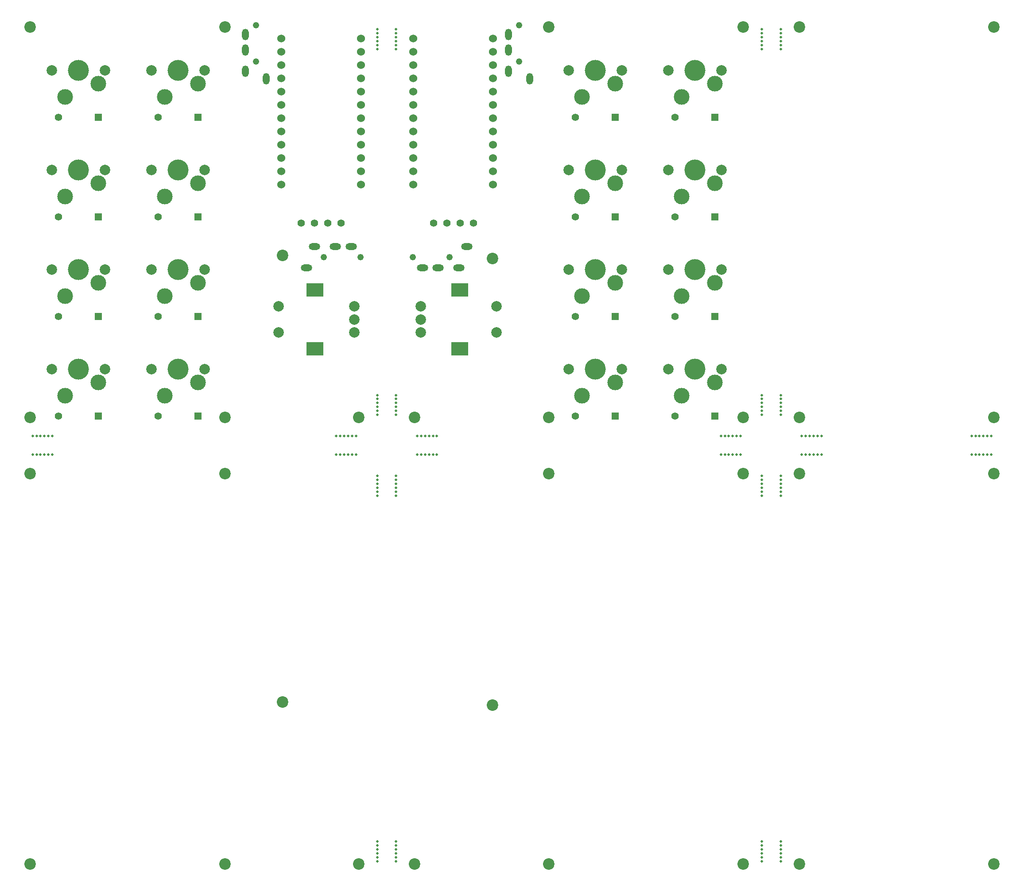
<source format=gbr>
G04 #@! TF.GenerationSoftware,KiCad,Pcbnew,(5.1.12)-1*
G04 #@! TF.CreationDate,2022-04-07T22:39:11+09:00*
G04 #@! TF.ProjectId,chervil8or,63686572-7669-46c3-986f-722e6b696361,rev?*
G04 #@! TF.SameCoordinates,Original*
G04 #@! TF.FileFunction,Soldermask,Top*
G04 #@! TF.FilePolarity,Negative*
%FSLAX46Y46*%
G04 Gerber Fmt 4.6, Leading zero omitted, Abs format (unit mm)*
G04 Created by KiCad (PCBNEW (5.1.12)-1) date 2022-04-07 22:39:11*
%MOMM*%
%LPD*%
G01*
G04 APERTURE LIST*
%ADD10C,1.397000*%
%ADD11R,1.397000X1.397000*%
%ADD12C,0.500000*%
%ADD13C,2.200000*%
%ADD14C,1.524000*%
%ADD15C,2.000000*%
%ADD16R,3.200000X2.500000*%
%ADD17C,4.000000*%
%ADD18C,3.000000*%
%ADD19O,2.200000X1.300000*%
%ADD20C,1.210000*%
%ADD21O,1.300000X2.200000*%
G04 APERTURE END LIST*
D10*
X15240000Y-66079600D03*
D11*
X22860000Y-66079600D03*
D12*
X-8746100Y-69949200D03*
X-4996100Y-69949200D03*
X-5746100Y-69949200D03*
X-7996100Y-69949200D03*
X-7246100Y-69949200D03*
X-6496100Y-69949200D03*
X-8746100Y-73521000D03*
X-4996100Y-73521000D03*
X-5746100Y-73521000D03*
X-7996100Y-73521000D03*
X-7246100Y-73521000D03*
X-6496100Y-73521000D03*
X170740000Y-69949200D03*
X174490000Y-69949200D03*
X173740000Y-69949200D03*
X171490000Y-69949200D03*
X172240000Y-69949200D03*
X172990000Y-69949200D03*
X170740000Y-73521000D03*
X174490000Y-73521000D03*
X173740000Y-73521000D03*
X171490000Y-73521000D03*
X172240000Y-73521000D03*
X172990000Y-73521000D03*
X134243000Y-147523000D03*
X134243000Y-151273000D03*
X134243000Y-150523000D03*
X134243000Y-148273000D03*
X134243000Y-149023000D03*
X134243000Y-149773000D03*
X130671000Y-147523000D03*
X130671000Y-151273000D03*
X130671000Y-150523000D03*
X130671000Y-148273000D03*
X130671000Y-149023000D03*
X130671000Y-149773000D03*
X134243000Y7853100D03*
X134243000Y4103100D03*
X134243000Y4853100D03*
X134243000Y7103100D03*
X134243000Y6353100D03*
X134243000Y5603100D03*
X130671000Y7853100D03*
X130671000Y4103100D03*
X130671000Y4853100D03*
X130671000Y7103100D03*
X130671000Y6353100D03*
X130671000Y5603100D03*
X134243000Y-77574200D03*
X134243000Y-81324200D03*
X134243000Y-80574200D03*
X134243000Y-78324200D03*
X134243000Y-79074200D03*
X134243000Y-79824200D03*
X130671000Y-77574200D03*
X130671000Y-81324200D03*
X130671000Y-80574200D03*
X130671000Y-78324200D03*
X130671000Y-79074200D03*
X130671000Y-79824200D03*
X134243000Y-62096000D03*
X134243000Y-65846000D03*
X134243000Y-65096000D03*
X134243000Y-62846000D03*
X134243000Y-63596000D03*
X134243000Y-64346000D03*
X130671000Y-62096000D03*
X130671000Y-65846000D03*
X130671000Y-65096000D03*
X130671000Y-62846000D03*
X130671000Y-63596000D03*
X130671000Y-64346000D03*
X138296000Y-69949200D03*
X142046000Y-69949200D03*
X141296000Y-69949200D03*
X139046000Y-69949200D03*
X139796000Y-69949200D03*
X140546000Y-69949200D03*
X138296000Y-73521000D03*
X142046000Y-73521000D03*
X141296000Y-73521000D03*
X139046000Y-73521000D03*
X139796000Y-73521000D03*
X140546000Y-73521000D03*
X122818000Y-69949200D03*
X126568000Y-69949200D03*
X125818000Y-69949200D03*
X123568000Y-69949200D03*
X124318000Y-69949200D03*
X125068000Y-69949200D03*
X122818000Y-73521000D03*
X126568000Y-73521000D03*
X125818000Y-73521000D03*
X123568000Y-73521000D03*
X124318000Y-73521000D03*
X125068000Y-73521000D03*
X64774900Y-69949200D03*
X68524900Y-69949200D03*
X67774900Y-69949200D03*
X65524900Y-69949200D03*
X66274900Y-69949200D03*
X67024900Y-69949200D03*
X64774900Y-73521000D03*
X68524900Y-73521000D03*
X67774900Y-73521000D03*
X65524900Y-73521000D03*
X66274900Y-73521000D03*
X67024900Y-73521000D03*
X49296800Y-69949200D03*
X53046800Y-69949200D03*
X52296800Y-69949200D03*
X50046800Y-69949200D03*
X50796800Y-69949200D03*
X51546800Y-69949200D03*
X49296800Y-73521000D03*
X53046800Y-73521000D03*
X52296800Y-73521000D03*
X50046800Y-73521000D03*
X50796800Y-73521000D03*
X51546800Y-73521000D03*
D13*
X79176500Y-121444000D03*
X38992900Y-120848000D03*
X137815000Y8334400D03*
X175022000Y8334400D03*
X175022000Y-66377300D03*
X137815000Y-151805000D03*
X175022000Y-151805000D03*
X137815000Y-66377300D03*
X137815000Y-77092900D03*
X175022000Y-77092900D03*
X89892100Y-77092900D03*
X127099000Y-77092900D03*
X27979700Y-77092900D03*
D12*
X60721800Y-77574200D03*
X60721800Y-81324200D03*
X60721800Y-80574200D03*
X60721800Y-78324200D03*
X60721800Y-79074200D03*
X60721800Y-79824200D03*
X57150000Y-79824200D03*
X57150000Y-79074200D03*
X57150000Y-78324200D03*
X57150000Y-80574200D03*
X57150000Y-81324200D03*
X57150000Y-77574200D03*
D13*
X-9227300Y-77092900D03*
X27979700Y-151805000D03*
X89892100Y-151805000D03*
X127099000Y-151805000D03*
X-9227300Y-151805000D03*
X53578100Y-151805000D03*
X64293700Y-151805000D03*
D12*
X60721800Y-147523000D03*
X60721800Y-151273000D03*
X60721800Y-150523000D03*
X60721800Y-148273000D03*
X60721800Y-149023000D03*
X60721800Y-149773000D03*
X57150000Y-147523000D03*
X57150000Y-151273000D03*
X57150000Y-150523000D03*
X57150000Y-148273000D03*
X57150000Y-149023000D03*
X57150000Y-149773000D03*
X57150000Y-64346000D03*
X57150000Y-63596000D03*
X57150000Y-62846000D03*
X57150000Y-65096000D03*
X57150000Y-65846000D03*
X57150000Y-62096000D03*
X60721800Y-64346000D03*
X60721800Y-63596000D03*
X60721800Y-62846000D03*
X60721800Y-65096000D03*
X60721800Y-65846000D03*
X60721800Y-62096000D03*
X60721800Y5603100D03*
X60721800Y6353100D03*
X60721800Y7103100D03*
X60721800Y4853100D03*
X60721800Y4103100D03*
X60721800Y7853100D03*
X57150000Y7853100D03*
X57150000Y4103100D03*
X57150000Y4853100D03*
X57150000Y7103100D03*
X57150000Y6353100D03*
X57150000Y5603100D03*
D13*
X127099000Y8334400D03*
X127099000Y-66377300D03*
X64293700Y-66377300D03*
X89892100Y-66377300D03*
X89892100Y8334400D03*
X79176500Y-36016400D03*
X38992900Y-35421100D03*
X53578100Y-66377300D03*
X27979700Y-66377300D03*
X27979700Y8334400D03*
X-9227300Y8334400D03*
X-9227300Y-66377300D03*
D10*
X114062000Y-47029600D03*
D11*
X121682000Y-47029600D03*
D10*
X114062000Y-8929700D03*
D11*
X121682000Y-8929700D03*
D10*
X114062000Y-66079600D03*
D11*
X121682000Y-66079600D03*
D10*
X114062000Y-27979700D03*
D11*
X121682000Y-27979700D03*
D10*
X95011800Y-47029600D03*
D11*
X102631800Y-47029600D03*
D10*
X95011800Y-8929700D03*
D11*
X102631800Y-8929700D03*
D10*
X95011800Y-66079600D03*
D11*
X102631800Y-66079600D03*
D10*
X95011800Y-27979700D03*
D11*
X102631800Y-27979700D03*
D14*
X79275800Y6064300D03*
X79275800Y3524300D03*
X79275800Y984300D03*
X79275800Y-1555700D03*
X79275800Y-4095700D03*
X79275800Y-6635700D03*
X79275800Y-9175700D03*
X79275800Y-11715700D03*
X79275800Y-14255700D03*
X79275800Y-16795700D03*
X79275800Y-19335700D03*
X79275800Y-21875700D03*
X64035800Y-21875700D03*
X64035800Y-19335700D03*
X64035800Y-16795700D03*
X64035800Y-14255700D03*
X64035800Y-11715700D03*
X64035800Y-9175700D03*
X64035800Y-6635700D03*
X64035800Y-4095700D03*
X64035800Y-1555700D03*
X64035800Y984300D03*
X64035800Y3524300D03*
X64035800Y6064300D03*
X53975000Y6064300D03*
X53975000Y3524300D03*
X53975000Y984300D03*
X53975000Y-1555700D03*
X53975000Y-4095700D03*
X53975000Y-6635700D03*
X53975000Y-9175700D03*
X53975000Y-11715700D03*
X53975000Y-14255700D03*
X53975000Y-16795700D03*
X53975000Y-19335700D03*
X53975000Y-21875700D03*
X38735000Y-21875700D03*
X38735000Y-19335700D03*
X38735000Y-16795700D03*
X38735000Y-14255700D03*
X38735000Y-11715700D03*
X38735000Y-9175700D03*
X38735000Y-6635700D03*
X38735000Y-4095700D03*
X38735000Y-1555700D03*
X38735000Y984300D03*
X38735000Y3524300D03*
X38735000Y6064300D03*
D15*
X79925700Y-50125000D03*
X79925700Y-45125000D03*
D16*
X72925700Y-53225000D03*
X72925700Y-42025000D03*
D15*
X65425700Y-50125000D03*
X65425700Y-47625000D03*
X65425700Y-45125000D03*
X122952000Y-38100000D03*
X112792000Y-38100000D03*
D17*
X117872000Y-38100000D03*
D18*
X115332000Y-43180000D03*
X121682000Y-40640000D03*
D15*
X122952000Y0D03*
X112792000Y0D03*
D17*
X117872000Y0D03*
D18*
X115332000Y-5080000D03*
X121682000Y-2540000D03*
D15*
X122952000Y-57150000D03*
X112792000Y-57150000D03*
D17*
X117872000Y-57150000D03*
D18*
X115332000Y-62230000D03*
X121682000Y-59690000D03*
D15*
X122952000Y-19050000D03*
X112792000Y-19050000D03*
D17*
X117872000Y-19050000D03*
D18*
X115332000Y-24130000D03*
X121682000Y-21590000D03*
D15*
X103901900Y-38100000D03*
X93741900Y-38100000D03*
D17*
X98821900Y-38100000D03*
D18*
X96281900Y-43180000D03*
X102631900Y-40640000D03*
D15*
X103901900Y0D03*
X93741900Y0D03*
D17*
X98821900Y0D03*
D18*
X96281900Y-5080000D03*
X102631900Y-2540000D03*
D15*
X103901900Y-57150000D03*
X93741900Y-57150000D03*
D17*
X98821900Y-57150000D03*
D18*
X96281900Y-62230000D03*
X102631900Y-59690000D03*
D15*
X103901900Y-19050000D03*
X93741900Y-19050000D03*
D17*
X98821900Y-19050000D03*
D18*
X96281900Y-24130000D03*
X102631900Y-21590000D03*
D15*
X38243800Y-45125000D03*
X38243800Y-50125000D03*
D16*
X45243800Y-42025000D03*
X45243800Y-53225000D03*
D15*
X52743800Y-45125000D03*
X52743800Y-47625000D03*
X52743800Y-50125000D03*
X24130000Y-38100000D03*
X13970000Y-38100000D03*
D17*
X19050000Y-38100000D03*
D18*
X16510000Y-43180000D03*
X22860000Y-40640000D03*
D15*
X24130000Y0D03*
X13970000Y0D03*
D17*
X19050000Y0D03*
D18*
X16510000Y-5080000D03*
X22860000Y-2540000D03*
D15*
X24130000Y-57150000D03*
X13970000Y-57150000D03*
D17*
X19050000Y-57150000D03*
D18*
X16510000Y-62230000D03*
X22860000Y-59690000D03*
D15*
X24130000Y-19050000D03*
X13970000Y-19050000D03*
D17*
X19050000Y-19050000D03*
D18*
X16510000Y-24130000D03*
X22860000Y-21590000D03*
D15*
X5080000Y-38100000D03*
X-5080000Y-38100000D03*
D17*
X0Y-38100000D03*
D18*
X-2540000Y-43180000D03*
X3810000Y-40640000D03*
D15*
X5080000Y0D03*
X-5080000Y0D03*
D17*
X0Y0D03*
D18*
X-2540000Y-5080000D03*
X3810000Y-2540000D03*
D15*
X5080000Y-57150000D03*
X-5080000Y-57150000D03*
D17*
X0Y-57150000D03*
D18*
X-2540000Y-62230000D03*
X3810000Y-59690000D03*
D15*
X5080000Y-19050000D03*
X-5080000Y-19050000D03*
D17*
X0Y-19050000D03*
D18*
X-2540000Y-24130000D03*
X3810000Y-21590000D03*
D10*
X75485600Y-29170300D03*
X72945600Y-29170300D03*
X70405600Y-29170300D03*
X67865600Y-29170300D03*
X50184800Y-29170300D03*
X47644800Y-29170300D03*
X45104800Y-29170300D03*
X42564800Y-29170300D03*
D19*
X68760900Y-37718700D03*
X65760900Y-37718700D03*
X74260900Y-33718700D03*
X72760900Y-37718700D03*
D20*
X63960900Y-35718700D03*
X70960900Y-35718700D03*
D21*
X82236600Y3867200D03*
X82236600Y6867200D03*
X86236600Y-1632800D03*
X82236600Y-132800D03*
D20*
X84236600Y8667200D03*
X84236600Y1667200D03*
D19*
X49110900Y-33718700D03*
X52110900Y-33718700D03*
X43610900Y-37718700D03*
X45110900Y-33718700D03*
D20*
X53910900Y-35718700D03*
X46910900Y-35718700D03*
D21*
X31932800Y3867200D03*
X31932800Y6867200D03*
X35932800Y-1632800D03*
X31932800Y-132800D03*
D20*
X33932800Y8667200D03*
X33932800Y1667200D03*
D10*
X15240000Y-47029600D03*
D11*
X22860000Y-47029600D03*
X22860000Y-8929700D03*
D10*
X15240000Y-8929700D03*
X15240000Y-27979700D03*
D11*
X22860000Y-27979700D03*
D10*
X-3810000Y-47029600D03*
D11*
X3810000Y-47029600D03*
D10*
X-3810000Y-8929700D03*
D11*
X3810000Y-8929700D03*
D10*
X-3810000Y-66079600D03*
D11*
X3810000Y-66079600D03*
D10*
X-3810000Y-27979700D03*
D11*
X3810000Y-27979700D03*
M02*

</source>
